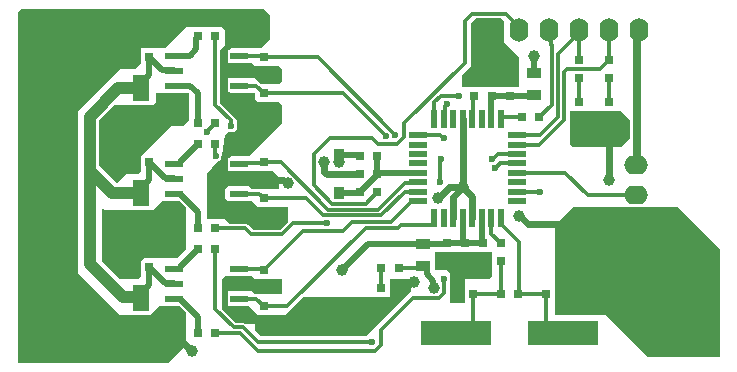
<source format=gtl>
G04*
G04 #@! TF.GenerationSoftware,Altium Limited,Altium Designer,21.7.1 (17)*
G04*
G04 Layer_Physical_Order=1*
G04 Layer_Color=255*
%FSLAX44Y44*%
%MOMM*%
G71*
G04*
G04 #@! TF.SameCoordinates,3410F848-C5A3-4CD9-B6BE-FCF06B59130C*
G04*
G04*
G04 #@! TF.FilePolarity,Positive*
G04*
G01*
G75*
%ADD13C,0.3000*%
%ADD14R,6.0000X2.0000*%
%ADD15R,0.5500X1.6000*%
%ADD16R,1.6000X0.5500*%
%ADD17R,1.3500X2.2000*%
%ADD18R,0.8000X0.8000*%
%ADD19R,0.8000X0.8000*%
%ADD20R,0.8800X1.0200*%
%ADD21R,1.5200X0.6000*%
%ADD22R,0.7500X0.7500*%
%ADD23R,0.7500X0.7500*%
%ADD24R,1.3000X0.9000*%
%ADD41C,0.6000*%
%ADD42C,0.6350*%
%ADD43C,0.5000*%
%ADD44C,1.0000*%
%ADD45C,3.5000*%
%ADD46R,2.0000X1.6000*%
%ADD47O,2.0000X1.6000*%
%ADD48O,1.6000X2.0000*%
%ADD49R,1.6000X2.0000*%
%ADD50C,1.0000*%
%ADD51C,0.6000*%
G36*
X213360Y294640D02*
Y274320D01*
X205740Y266700D01*
X180340D01*
X178990Y265350D01*
X177820D01*
Y264180D01*
X177800Y264160D01*
Y254000D01*
X198120D01*
X200660Y251460D01*
X220980D01*
X223520Y248920D01*
Y238760D01*
X220980Y236220D01*
X205740D01*
X200660Y241300D01*
X177800D01*
Y231140D01*
X177820Y231120D01*
Y229950D01*
X178990D01*
X180340Y228600D01*
X200660D01*
Y223520D01*
X203200Y220980D01*
X220980D01*
X223520Y218440D01*
Y203200D01*
X195580Y175260D01*
X180340D01*
X178990Y173910D01*
X177820D01*
Y172740D01*
X177800Y172720D01*
Y162560D01*
X215900D01*
X220980Y157480D01*
Y147320D01*
X198120D01*
X197020Y148420D01*
Y148510D01*
X196930D01*
X195580Y149860D01*
X177800D01*
X175260Y147320D01*
Y139700D01*
X177800Y137160D01*
X198120D01*
X203200Y132080D01*
X228600D01*
Y119347D01*
X222042Y112789D01*
X199631D01*
X195580Y116840D01*
X195478D01*
X194346Y117597D01*
X192980Y117869D01*
X179311D01*
X175260Y121920D01*
X160020D01*
Y160020D01*
X168553Y170260D01*
X168635D01*
X170472Y171021D01*
X171879Y172428D01*
X172640Y174265D01*
Y175164D01*
X172720Y175260D01*
X175260Y193040D01*
X177800Y195580D01*
X182880D01*
X185420Y198120D01*
Y205740D01*
X171089Y220071D01*
Y265069D01*
X175260Y269240D01*
Y281940D01*
X172720Y284480D01*
X142240D01*
X124460Y266700D01*
X104140D01*
Y254000D01*
X99060Y248920D01*
X86360D01*
X50800Y213360D01*
Y76200D01*
X86360Y40640D01*
X111760D01*
X112860Y41740D01*
X112890D01*
Y41770D01*
X119380Y48260D01*
X137081D01*
X142240Y43101D01*
Y15240D01*
X127000Y0D01*
X0D01*
Y297180D01*
X2540Y299720D01*
X208280D01*
X213360Y294640D01*
D02*
G37*
G36*
X144780Y205740D02*
X139700Y200660D01*
X129540D01*
X104140Y175260D01*
Y162560D01*
X101600Y160020D01*
X91440D01*
X83820Y152400D01*
X68580Y167640D01*
Y205740D01*
X81280Y218440D01*
X114300D01*
X116840Y220980D01*
Y228600D01*
X144780D01*
Y205740D01*
D02*
G37*
G36*
X142240Y132001D02*
Y96520D01*
X134620Y88900D01*
X106680D01*
X104140Y86360D01*
Y73660D01*
X101600Y71120D01*
X86360D01*
X71120Y86360D01*
Y130421D01*
X72293Y130907D01*
X73660Y129540D01*
X114300D01*
X121920Y137160D01*
X137081D01*
X142240Y132001D01*
D02*
G37*
G36*
X200660Y71120D02*
X223520D01*
Y58420D01*
X200660D01*
X198120Y60960D01*
X177800D01*
Y48260D01*
X195580D01*
X203200Y40640D01*
X226060D01*
X241300Y55880D01*
X314960D01*
Y71120D01*
X332740D01*
Y60960D01*
X294640Y22860D01*
X205740D01*
X200660Y27940D01*
X200660Y33020D01*
X192959D01*
X191946Y33697D01*
X190580Y33969D01*
X184858D01*
X172720Y46107D01*
Y71120D01*
X175260Y73660D01*
X198120D01*
X200660Y71120D01*
D02*
G37*
G36*
X401320Y73660D02*
X398780Y71120D01*
X378460D01*
Y50800D01*
X365760D01*
Y76200D01*
X363220Y78740D01*
X353060D01*
Y93980D01*
X401320D01*
Y73660D01*
D02*
G37*
G36*
X594360Y96520D02*
Y5080D01*
X533400D01*
X497840Y40640D01*
X454660D01*
Y116840D01*
X469900Y132080D01*
X558800D01*
X594360Y96520D01*
D02*
G37*
G36*
X411480Y289560D02*
Y271780D01*
X424180Y259080D01*
Y233680D01*
X375920D01*
Y243840D01*
X383540Y251460D01*
Y287020D01*
X388391Y291871D01*
X409169D01*
X411480Y289560D01*
D02*
G37*
G36*
X518160Y205740D02*
Y190500D01*
X510540Y182880D01*
X469900D01*
X467360Y185420D01*
Y213360D01*
X510540D01*
X518160Y205740D01*
D02*
G37*
D13*
X357852Y172432D02*
X358140Y172720D01*
X357852Y153265D02*
Y172432D01*
X357563Y152977D02*
X357852Y153265D01*
X250580Y176920D02*
X264160Y190500D01*
X250580Y150420D02*
Y176920D01*
Y150420D02*
X265930Y135070D01*
X264160Y190500D02*
X299720D01*
X262948Y130073D02*
X263856D01*
X208280Y170060D02*
X222961D01*
X262948Y130073D01*
X263856D02*
X263859Y130070D01*
X188509Y25400D02*
X203749Y10160D01*
X302260D01*
X307340Y15240D02*
Y27940D01*
X190580Y30400D02*
X203200Y17780D01*
X302260Y10160D02*
X307340Y15240D01*
X203200Y17780D02*
X299720D01*
X307340Y27940D02*
X334400Y55000D01*
X167520Y25400D02*
X188509D01*
X334400Y55000D02*
X356581D01*
X167520Y46260D02*
X183380Y30400D01*
X356581Y55000D02*
X360680Y59099D01*
Y71120D01*
X167520Y46260D02*
Y96520D01*
X183380Y30400D02*
X190580D01*
X167520Y185420D02*
X167580Y185360D01*
Y175320D02*
X167640Y175260D01*
X167580Y175320D02*
Y185360D01*
X167520Y218560D02*
X180340Y205740D01*
Y200660D02*
Y205740D01*
X167520Y218560D02*
Y276860D01*
X385960Y33900D02*
Y58420D01*
X371560Y25400D02*
X377460D01*
X385960Y33900D01*
X192980Y114300D02*
X198060Y109220D01*
X167520Y114300D02*
X192980D01*
X198060Y109220D02*
X223520D01*
X232873Y118573D01*
X261596D01*
X208280Y78620D02*
X241733Y112073D01*
X275228D01*
X282775Y119620D01*
X261785Y125073D02*
X261788Y125070D01*
X263859Y130070D02*
X305330D01*
X261788Y125070D02*
X307950D01*
X294970Y135070D02*
X304680Y144780D01*
X265930Y135070D02*
X294970D01*
X282775Y119620D02*
X316270D01*
X305330Y130070D02*
X327660Y152400D01*
X307950Y125070D02*
X327980Y145100D01*
X243960Y139580D02*
X258467Y125073D01*
X261785D01*
X208280Y139580D02*
X243960D01*
X160020Y195700D02*
X167520Y203200D01*
X160020Y195580D02*
Y195700D01*
X208280Y258960D02*
X254316D01*
X304800Y185420D02*
X321499D01*
X208280Y228480D02*
X275604D01*
X321499Y185420D02*
X327500Y191421D01*
Y203040D01*
X319706Y192820D02*
Y193569D01*
X254316Y258960D02*
X319706Y193569D01*
X275604Y228480D02*
X311719Y192364D01*
X413220Y295440D02*
X424180Y284480D01*
Y281940D02*
Y284480D01*
X384340Y295440D02*
X413220D01*
X378460Y289560D02*
X384340Y295440D01*
X378460Y254000D02*
Y289560D01*
X327500Y203040D02*
X378460Y254000D01*
X353000Y207100D02*
Y220920D01*
X358140Y226060D01*
X373380D01*
X353000Y207100D02*
X353150Y207250D01*
X362250Y217778D02*
X363220Y218748D01*
X362250Y208350D02*
Y217778D01*
X363220Y218748D02*
Y219560D01*
X361000Y207100D02*
X362250Y208350D01*
X299720Y190500D02*
X304800Y185420D01*
X322365Y114620D02*
X324345Y116600D01*
X294960Y114620D02*
X322365D01*
X228480Y48140D02*
X294960Y114620D01*
X353000Y117850D02*
Y123100D01*
X316270Y119620D02*
X333750Y137100D01*
X351750Y116600D02*
X353000Y117850D01*
X324345Y116600D02*
X351750D01*
X208280Y48140D02*
X228480D01*
X333750Y137100D02*
X339000D01*
X327980Y145100D02*
X339000D01*
X327660Y152400D02*
X338300D01*
X339000Y153100D01*
X403860Y165100D02*
X404672D01*
X408672Y169100D02*
X423000D01*
X404672Y165100D02*
X408672Y169100D01*
X406512Y177100D02*
X423000D01*
X401320Y172720D02*
X402132D01*
X406512Y177100D01*
X339000Y193100D02*
X357268D01*
X359868Y190500D01*
X360680D01*
X187420Y143510D02*
X204350D01*
X208280Y139580D01*
X187995Y169485D02*
X207705D01*
X208280Y170060D01*
X187420Y168910D02*
X187995Y169485D01*
X201810Y234950D02*
X208280Y228480D01*
X187420Y234950D02*
X201810D01*
X187420Y260350D02*
X188115Y259655D01*
X207585D01*
X208280Y258960D01*
X201810Y54610D02*
X208280Y48140D01*
X187420Y54610D02*
X201810D01*
X207585Y79315D02*
X208280Y78620D01*
X187420Y80010D02*
X188115Y79315D01*
X207585D01*
X442020Y193100D02*
X457200Y208280D01*
X452120Y218560D02*
Y269240D01*
X457200Y208280D02*
Y262160D01*
X462280Y246380D02*
X464820Y248920D01*
X457200Y262160D02*
X474980Y279940D01*
X462280Y205740D02*
Y246380D01*
X452067Y269293D02*
X452120Y269240D01*
X452067Y269293D02*
Y279453D01*
X449580Y281940D02*
X452067Y279453D01*
X441840Y208280D02*
X452120Y218560D01*
X441640Y185100D02*
X462280Y205740D01*
X464820Y248920D02*
X492880D01*
X423000Y145100D02*
X423160Y144940D01*
X441800D01*
X441960Y144780D01*
X482600Y142240D02*
X522840D01*
X523240Y142640D01*
X423000Y161100D02*
X463740D01*
X482600Y142240D01*
X492880Y248920D02*
X500380Y256420D01*
X423000Y185100D02*
X441640D01*
X423000Y193100D02*
X442020D01*
X474980Y256420D02*
Y279940D01*
Y281940D01*
X500380Y256420D02*
Y281940D01*
Y220980D02*
Y241420D01*
X474980Y220980D02*
Y241420D01*
X410180Y208280D02*
X426840D01*
X409000Y207100D02*
X410180Y208280D01*
X424060Y58420D02*
X424180Y58540D01*
X409000Y117850D02*
X424180Y102670D01*
X409000Y117850D02*
Y123100D01*
X424180Y58540D02*
Y102670D01*
X401000Y109420D02*
X408940Y101480D01*
X401000Y109420D02*
Y123100D01*
X409000Y58480D02*
Y86420D01*
X408940Y86480D02*
X409000Y86420D01*
Y58480D02*
X409060Y58420D01*
X424060D02*
X447160D01*
X455660Y25400D02*
X461560D01*
X447160Y33900D02*
Y58420D01*
Y33900D02*
X455660Y25400D01*
X385960Y58420D02*
X409060D01*
X307587Y63627D02*
Y80341D01*
X307714Y80469D01*
X307460Y63500D02*
X307587Y63627D01*
X341428Y80469D02*
X342900Y81940D01*
X322714Y80469D02*
X341428D01*
X385000Y207100D02*
X385540Y207640D01*
Y225640D01*
X386080Y226180D01*
D14*
X371560Y25400D02*
D03*
X461560D02*
D03*
D15*
X353000Y123100D02*
D03*
X361000D02*
D03*
X369000D02*
D03*
X377000D02*
D03*
X385000D02*
D03*
X393000D02*
D03*
X401000D02*
D03*
X409000D02*
D03*
Y207100D02*
D03*
X401000D02*
D03*
X393000D02*
D03*
X385000D02*
D03*
X377000D02*
D03*
X369000D02*
D03*
X361000D02*
D03*
X353000D02*
D03*
D16*
X423000Y137100D02*
D03*
Y145100D02*
D03*
Y153100D02*
D03*
Y161100D02*
D03*
Y169100D02*
D03*
Y177100D02*
D03*
Y185100D02*
D03*
Y193100D02*
D03*
X339000D02*
D03*
Y185100D02*
D03*
Y177100D02*
D03*
Y169100D02*
D03*
Y161100D02*
D03*
Y153100D02*
D03*
Y145100D02*
D03*
Y137100D02*
D03*
D17*
X104140Y232540D02*
D03*
Y204340D02*
D03*
Y143640D02*
D03*
Y115440D02*
D03*
Y54740D02*
D03*
Y26540D02*
D03*
D18*
X500380Y220980D02*
D03*
Y205980D02*
D03*
X474980Y220980D02*
D03*
Y205980D02*
D03*
D19*
X307460Y63500D02*
D03*
X322460D02*
D03*
D20*
X271780Y143670D02*
D03*
Y176370D02*
D03*
D21*
X187420Y222250D02*
D03*
Y234950D02*
D03*
Y247650D02*
D03*
Y260350D02*
D03*
X132620Y222250D02*
D03*
Y234950D02*
D03*
Y247650D02*
D03*
Y260350D02*
D03*
X187420Y130810D02*
D03*
Y143510D02*
D03*
Y156210D02*
D03*
Y168910D02*
D03*
X132620Y130810D02*
D03*
Y143510D02*
D03*
Y156210D02*
D03*
Y168910D02*
D03*
X187420Y41910D02*
D03*
Y54610D02*
D03*
Y67310D02*
D03*
Y80010D02*
D03*
X132620Y41910D02*
D03*
Y54610D02*
D03*
Y67310D02*
D03*
Y80010D02*
D03*
D22*
X386080Y226180D02*
D03*
Y241180D02*
D03*
X416560Y241180D02*
D03*
Y226180D02*
D03*
X401320Y241180D02*
D03*
Y226180D02*
D03*
X363220Y86480D02*
D03*
Y101480D02*
D03*
X378460Y86480D02*
D03*
Y101480D02*
D03*
X393700Y86480D02*
D03*
Y101480D02*
D03*
X500380Y241420D02*
D03*
Y256420D02*
D03*
X474980Y241420D02*
D03*
Y256420D02*
D03*
X408940Y86480D02*
D03*
Y101480D02*
D03*
X208280Y213480D02*
D03*
Y228480D02*
D03*
Y243960D02*
D03*
Y258960D02*
D03*
Y124580D02*
D03*
Y139580D02*
D03*
Y155060D02*
D03*
Y170060D02*
D03*
Y33140D02*
D03*
Y48140D02*
D03*
Y63620D02*
D03*
Y78620D02*
D03*
D23*
X289680Y160020D02*
D03*
X304680D02*
D03*
X385960Y58420D02*
D03*
X370960D02*
D03*
X447160D02*
D03*
X462160D02*
D03*
X111640Y259080D02*
D03*
X96640D02*
D03*
X111640Y170180D02*
D03*
X96640D02*
D03*
X111640Y81280D02*
D03*
X96640D02*
D03*
X441840Y208280D02*
D03*
X426840D02*
D03*
X307714Y80469D02*
D03*
X322714D02*
D03*
X304680Y175260D02*
D03*
X289680D02*
D03*
X409060Y58420D02*
D03*
X424060D02*
D03*
X304680Y144780D02*
D03*
X289680D02*
D03*
X167520Y203200D02*
D03*
X152520D02*
D03*
X167520Y276860D02*
D03*
X152520D02*
D03*
X167520Y114300D02*
D03*
X152520D02*
D03*
X167520Y185420D02*
D03*
X152520D02*
D03*
X167520Y25400D02*
D03*
X152520D02*
D03*
X167520Y96520D02*
D03*
X152520D02*
D03*
D24*
X436880Y245720D02*
D03*
Y226720D02*
D03*
X342900Y81940D02*
D03*
Y100940D02*
D03*
D41*
X523240Y76200D02*
Y117640D01*
Y76200D02*
X561340Y38100D01*
X78949Y26540D02*
X104140D01*
X38100Y38100D02*
X67389D01*
X78949Y26540D01*
X38100Y261620D02*
X94100D01*
X96640Y259080D01*
X500380Y154940D02*
Y205980D01*
X377000Y148780D02*
X377000Y148780D01*
X369000Y140780D02*
X377000Y148780D01*
X356606Y139700D02*
X365686Y148780D01*
X377000D01*
X355600Y139700D02*
X356606D01*
X425262Y124460D02*
X432082Y117640D01*
X523240D01*
X424180Y124460D02*
X425262D01*
X259080Y170180D02*
X259845Y169415D01*
Y161795D02*
Y169415D01*
Y161795D02*
X261620Y160020D01*
X227518Y152400D02*
X228600D01*
X224858Y155060D02*
X227518Y152400D01*
X208280Y155060D02*
X224858D01*
X81280Y114300D02*
X103000D01*
X104140Y115440D01*
X38100Y152400D02*
Y261620D01*
X78740Y170180D02*
X96640D01*
X132620Y24860D02*
X147320Y10160D01*
X132620Y24860D02*
Y41910D01*
X415810Y241930D02*
Y248588D01*
X414020Y250378D02*
X415810Y248588D01*
X414020Y250378D02*
Y251460D01*
X415810Y241930D02*
X416560Y241180D01*
X261620Y160020D02*
X289680D01*
X323460Y64500D02*
X330118D01*
X322460Y63500D02*
X323460Y64500D01*
X330118D02*
X334198Y68580D01*
X335280D01*
X369000Y123100D02*
Y140780D01*
X385000Y123100D02*
Y140780D01*
X377000Y148780D02*
X385000Y140780D01*
X377000Y148780D02*
Y207100D01*
D42*
X524510Y280670D02*
X525780Y281940D01*
X524510Y168910D02*
Y280670D01*
X523240Y167640D02*
X524510Y168910D01*
D43*
X436880Y245720D02*
Y260113D01*
X436610Y226450D02*
X436880Y226720D01*
X416830Y226450D02*
X436610D01*
X416560Y226180D02*
X416830Y226450D01*
X271780Y170020D02*
Y176370D01*
X352103Y63577D02*
X352180Y63500D01*
X352103Y63577D02*
Y69911D01*
X346900Y75114D02*
X352103Y69911D01*
X342900Y81940D02*
X344900D01*
X346900Y79940D01*
Y75114D02*
Y79940D01*
X132620Y234950D02*
X146050D01*
X152520Y203200D02*
Y228480D01*
X146050Y234950D02*
X152520Y228480D01*
X274320Y78740D02*
X296790Y101210D01*
X377000Y123100D02*
X377250Y122850D01*
Y102690D02*
Y122850D01*
Y102690D02*
X378460Y101480D01*
X305510Y160850D02*
X338750D01*
X305095D02*
X305510D01*
X304680Y160020D02*
X305510Y160850D01*
X304680Y160020D02*
X304680Y160020D01*
X338750Y160850D02*
X339000Y161100D01*
X137220Y54610D02*
X152520Y39310D01*
Y25400D02*
Y39310D01*
X132620Y54610D02*
X137220D01*
Y80010D02*
X137720Y80510D01*
X132620Y80010D02*
X137220D01*
X137720Y81720D02*
X152520Y96520D01*
X137720Y80510D02*
Y81720D01*
X137220Y143510D02*
X152520Y128210D01*
X132620Y143510D02*
X137220D01*
X152520Y114300D02*
Y128210D01*
X137220Y168910D02*
X137720Y169410D01*
Y170620D02*
X152520Y185420D01*
X137720Y169410D02*
Y170620D01*
X132620Y168910D02*
X137220D01*
X132620Y260350D02*
X146050D01*
X151310Y275650D02*
X152520Y276860D01*
X151310Y265610D02*
Y275650D01*
X146050Y260350D02*
X151310Y265610D01*
X111640Y259080D02*
X122570Y248150D01*
X132120D01*
X132620Y247650D01*
X104140Y232540D02*
Y236790D01*
X111640Y244290D01*
Y259080D01*
Y170180D02*
X125110Y156710D01*
X132120D01*
X132620Y156210D01*
X111640Y155390D02*
Y170180D01*
X104140Y143640D02*
Y147890D01*
X111640Y155390D01*
Y81280D02*
X125110Y67810D01*
X132120D01*
X132620Y67310D01*
X111640Y66490D02*
Y81280D01*
X104140Y54740D02*
Y58990D01*
X111640Y66490D01*
X272335Y175815D02*
X289125D01*
X289680Y175260D01*
X289125Y144225D02*
X289680Y144780D01*
X271780Y143670D02*
X272335Y144225D01*
X289125D01*
X303430Y158530D02*
Y158770D01*
X304680Y160020D01*
X289680Y144780D02*
X303430Y158530D01*
X304680Y160020D02*
Y175260D01*
X322714Y80469D02*
X323450Y81204D01*
X296790Y101210D02*
X362950D01*
X363220Y101480D01*
X378460D01*
X393700D01*
X393000Y123100D02*
X393250Y122850D01*
Y101930D02*
Y122850D01*
Y101930D02*
X393700Y101480D01*
X401320Y226180D02*
X416560D01*
X401160Y207260D02*
Y226020D01*
X401320Y226180D01*
X401000Y207100D02*
X401160Y207260D01*
D44*
X60960Y83820D02*
Y162560D01*
Y83820D02*
X88900Y55880D01*
X60960Y162560D02*
X79880Y143640D01*
X60960Y185420D02*
Y208280D01*
Y162560D02*
Y185420D01*
X79880Y143640D02*
X104140D01*
X88900Y55880D02*
X103000D01*
X104140Y54740D01*
X85220Y232540D02*
X104140D01*
X60960Y208280D02*
X85220Y232540D01*
D45*
X38100Y261620D02*
D03*
X561340Y38100D02*
D03*
X38100D02*
D03*
D46*
X523240Y117640D02*
D03*
D47*
Y142640D02*
D03*
Y167640D02*
D03*
D48*
X525780Y281940D02*
D03*
X500380D02*
D03*
X474980D02*
D03*
X449580D02*
D03*
X424180D02*
D03*
D49*
X398780D02*
D03*
D50*
X480060Y200660D02*
D03*
X500380Y154940D02*
D03*
X355600Y139700D02*
D03*
X377000Y148780D02*
D03*
X424180Y124460D02*
D03*
X259080Y170180D02*
D03*
X228600Y152400D02*
D03*
X436880Y260113D02*
D03*
X81280Y114300D02*
D03*
X38100Y152400D02*
D03*
X78740Y170180D02*
D03*
X147320Y10160D02*
D03*
X414020Y251460D02*
D03*
X271780Y170020D02*
D03*
X352180Y63500D02*
D03*
X358140Y86360D02*
D03*
X335280Y68580D02*
D03*
X274320Y78740D02*
D03*
X60960Y185420D02*
D03*
D51*
X357563Y152977D02*
D03*
X299720Y17780D02*
D03*
X360680Y71120D02*
D03*
X167640Y175260D02*
D03*
X358140Y172720D02*
D03*
X261596Y118573D02*
D03*
X180340Y200660D02*
D03*
X160020Y195580D02*
D03*
X311719Y192364D02*
D03*
X319706Y192820D02*
D03*
X363220Y219560D02*
D03*
X403860Y165100D02*
D03*
X401320Y172720D02*
D03*
X360680Y190500D02*
D03*
X373380Y226060D02*
D03*
X441960Y144780D02*
D03*
M02*

</source>
